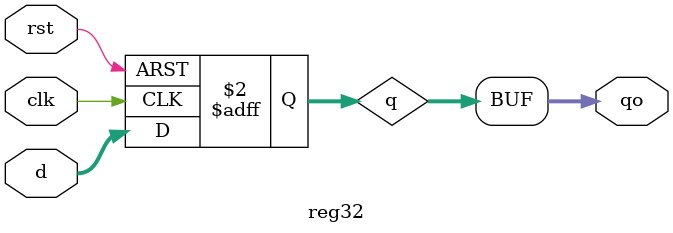
<source format=v>
module reg32 (
    input  [31:0] d,     // dato de entrada (32 bits)
    input         clk,   // clock
    input         rst,   // reset asíncrono activo en alto
    output [31:0] qo     // salida (32 bits)
);

    reg [31:0] q;

    always @(posedge clk or posedge rst) begin
        if (rst)
            q <= 32'd0;       // inicializa el PC (o registro) en cero
        else
            q <= d;           // carga del dato en flanco positivo
    end

    assign qo = q;

endmodule


</source>
